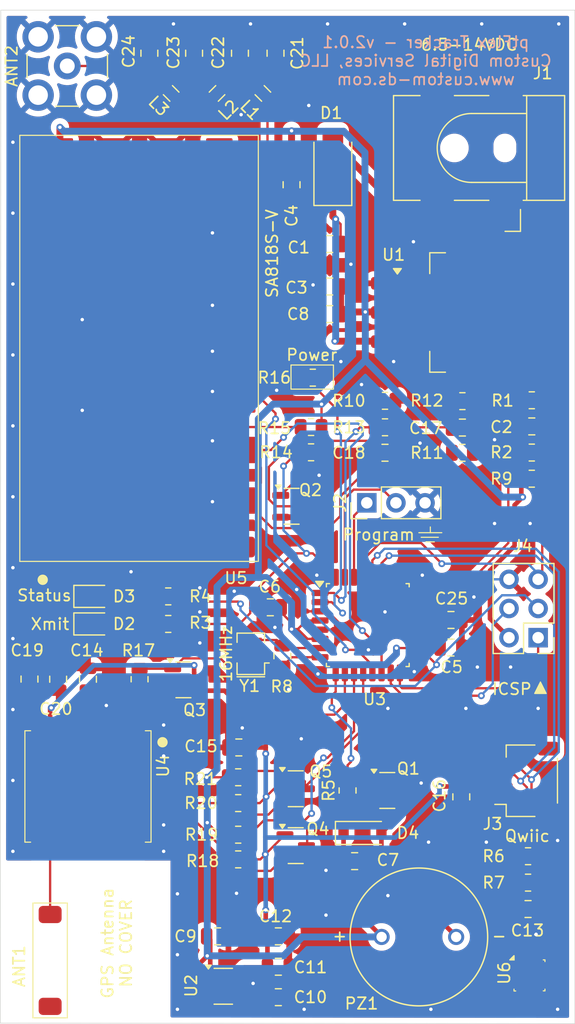
<source format=kicad_pcb>
(kicad_pcb (version 20241229) (generator "pcbnew") (generator_version "9.0")
  (layers (0 "F.Cu" signal) (2 "B.Cu" signal) (13 "F.Paste" user) (15 "B.Paste" user) (5 "F.SilkS" user "F.Silkscreen") (7 "B.SilkS" user "B.Silkscreen") (1 "F.Mask" user) (3 "B.Mask" user) (25 "Edge.Cuts" user))
  (net 0 "")
  (net 1 "GND")
  (net 2 "BATT-SENSE")
  (net 3 "MOSI")
  (net 4 "SCK")
  (net 5 "RESET")
  (net 6 "MISO")
  (net 7 "GPS-TX")
  (net 8 "+3.3V")
  (net 9 "GPS-RX")
  (net 10 "Net-(D1-A)")
  (net 11 "GPS-EN")
  (net 12 "XMIT-PTT")
  (net 13 "XMIT-TX-AUDIO")
  (net 14 "Net-(C17-Pad2)")
  (net 15 "Net-(ANT1-RF)")
  (net 16 "Net-(ANT2-In)")
  (net 17 "Net-(C17-Pad1)")
  (net 18 "XMIT-POWERSAVE")
  (net 19 "Net-(C22-Pad2)")
  (net 20 "SDA")
  (net 21 "SCL")
  (net 31 "Net-(C23-Pad2)")
  (net 33 "Net-(D1-K)")
  (net 34 "XMIT-TX")
  (net 35 "+5V")
  (net 36 "Net-(D4-A)")
  (net 37 "XMIT-RX")
  (net 38 "PIEZO")
  (net 39 "Net-(U2-BP)")
  (net 40 "Net-(U5-MIC-IN)")
  (net 41 "Net-(U5-ANTENNA)")
  (net 42 "Net-(U3-AREF)")
  (net 43 "Net-(D2-A)")
  (net 44 "Net-(D3-A)")
  (net 45 "Net-(U3-XTAL1{slash}PB6)")
  (net 46 "Net-(U3-XTAL2{slash}PB7)")
  (net 47 "Net-(U5-HIGH{slash}LOW)")
  (net 61 "Net-(Q3-D)")
  (net 62 "Net-(Q1-B)")
  (net 63 "Net-(Q2-C)")
  (net 64 "Net-(Q2-B)")
  (net 65 "Net-(Q4-S)")
  (net 66 "Net-(Q5-S)")
  (net 67 "Net-(J2-Pin_1)")
  (net 68 "Net-(J2-Pin_2)")
  (footprint "Resistor_SMD:R_0805_2012Metric" (layer "F.Cu") (at 156.596 96.146 180)
    (property "Reference" "R11")
    (property "Value" "10k" (hide yes))
  )
  (footprint "Custom DS:Pulse ANT8010LL05R1575A Antenna" (layer "F.Cu") (at 120.646 140.846 90)
    (property "Reference" "ANT1")
    (property "Value" "GPS Antenna" (hide yes))
  )
  (footprint "Resistor_SMD:R_0805_2012Metric" (layer "F.Cu") (at 143.4 96.1)
    (property "Reference" "R14")
    (property "Value" "1k" (hide yes))
  )
  (footprint "Resistor_SMD:R_0805_2012Metric" (layer "F.Cu") (at 162.646 98.399333)
    (property "Reference" "R9")
    (property "Value" "10k" (hide yes))
  )
  (footprint "Resistor_SMD:R_0805_2012Metric" (layer "F.Cu") (at 137.046 126.646)
    (property "Reference" "R20")
    (property "Value" "10k" (hide yes))
  )
  (footprint "Capacitor_SMD:C_0805_2012Metric" (layer "F.Cu") (at 137.1 121.8 180)
    (property "Reference" "C15")
    (property "Value" "10nF" (hide yes))
  )
  (footprint "Capacitor_SMD:C_0805_2012Metric" (layer "F.Cu") (at 140.546 143.546)
    (property "Reference" "C10")
    (property "Value" "10nF" (hide yes))
  )
  (footprint "Diode_SMD:D_0805_2012Metric" (layer "F.Cu") (at 124.4 111.046)
    (property "Reference" "D2")
    (property "Value" "Red" (hide yes))
  )
  (footprint "Resistor_SMD:R_0805_2012Metric" (layer "F.Cu") (at 137.046 131.546)
    (property "Reference" "R18")
    (property "Value" "10k" (hide yes))
  )
  (footprint "Capacitor_SMD:C_0805_2012Metric" (layer "F.Cu") (at 140.3 61.35 -90)
    (property "Reference" "C21")
    (property "Value" "20pF" (hide yes))
  )
  (footprint "Capacitor_SMD:C_0805_2012Metric" (layer "F.Cu") (at 149.846 96.139333 180)
    (property "Reference" "C18")
    (property "Value" "1uF" (hide yes))
  )
  (footprint "Capacitor_SMD:C_0805_2012Metric" (layer "F.Cu") (at 145.025 81.665 180)
    (property "Reference" "C3")
    (property "Value" "47uF" (hide yes))
  )
  (footprint "Resistor_SMD:R_0805_2012Metric" (layer "F.Cu") (at 156.596 91.646)
    (property "Reference" "R12")
    (property "Value" "10k" (hide yes))
  )
  (footprint "Resistor_SMD:R_0805_2012Metric" (layer "F.Cu") (at 162.321 133.571)
    (property "Reference" "R7")
    (property "Value" "4.7k" (hide yes))
  )
  (footprint "Package_TO_SOT_SMD:SOT-23" (layer "F.Cu") (at 142.060026 125.396)
    (property "Reference" "Q5")
    (property "Value" "BSS138" (hide yes))
  )
  (footprint "Package_QFP:TQFP-32_7x7mm_P0.8mm" (layer "F.Cu") (at 148.346 111.146)
    (property "Reference" "U3")
    (property "Value" "ATMega 328p-AU" (hide yes))
  )
  (footprint "Resistor_SMD:R_0805_2012Metric" (layer "F.Cu") (at 137.046 129.397526 180)
    (property "Reference" "R19")
    (property "Value" "10k" (hide yes))
  )
  (footprint "Capacitor_SMD:C_0805_2012Metric" (layer "F.Cu") (at 145.025 77.965 180)
    (property "Reference" "C1")
    (property "Value" "10nF" (hide yes))
  )
  (footprint "Package_TO_SOT_SMD:SOT-23-5" (layer "F.Cu") (at 135.746 142.596)
    (property "Reference" "U2")
    (property "Value" "LP3985IM5-3.3/NOPB" (hide yes))
  )
  (footprint "Capacitor_SMD:C_0805_2012Metric" (layer "F.Cu") (at 162.646 93.846)
    (property "Reference" "C2")
    (property "Value" "10nF" (hide yes))
  )
  (footprint "Connector_PinHeader_2.54mm:PinHeader_1x03_P2.54mm_Vertical" (layer "F.Cu") (at 148.26 100.5 90)
    (property "Reference" "J2")
    (property "Value" "Programming" (hide yes))
  )
  (footprint "Capacitor_SMD:C_0805_2012Metric" (layer "F.Cu") (at 123.946 115.8585 90)
    (property "Reference" "C14")
    (property "Value" "10nF" (hide yes))
  )
  (footprint "Resistor_SMD:R_0805_2012Metric" (layer "F.Cu") (at 149.846 91.616 180)
    (property "Reference" "R10")
    (property "Value" "1k" (hide yes))
  )
  (footprint "Resistor_SMD:R_0805_2012Metric" (layer "F.Cu") (at 146.5835 125.546 90)
    (property "Reference" "R5")
    (property "Value" "1k" (hide yes))
  )
  (footprint "Capacitor_SMD:C_0805_2012Metric" (layer "F.Cu") (at 118.846 115.846 90)
    (property "Reference" "C19")
    (property "Value" "47uF" (hide yes))
  )
  (footprint "Capacitor_SMD:C_0805_2012Metric" (layer "F.Cu") (at 145.025 84.065 180)
    (property "Reference" "C8")
    (property "Value" "10nF" (hide yes))
  )
  (footprint "Package_TO_SOT_SMD:SOT-23" (layer "F.Cu") (at 132.271 115.9085)
    (property "Reference" "Q3")
    (property "Value" "DMP2004K-7" (hide yes))
  )
  (footprint "Capacitor_SMD:C_0805_2012Metric" (layer "F.Cu") (at 162.321 135.871)
    (property "Reference" "C13")
    (property "Value" "10nF" (hide yes))
  )
  (footprint "Custom DS:DRA818 SA818" (layer "F.Cu") (at 129 88.3 180)
    (property "Reference" "U5")
    (property "Value" "SA818S-V")
  )
  (footprint "Resistor_SMD:R_0805_2012Metric" (layer "F.Cu") (at 162.646 91.569333)
    (property "Reference" "R1")
    (property "Value" "150k" (hide yes))
  )
  (footprint "Capacitor_SMD:C_0805_2012Metric" (layer "F.Cu") (at 140.546 140.896)
    (property "Reference" "C11")
    (property "Value" "2.2uF" (hide yes))
  )
  (footprint "Custom DS:ATGM336H-5N31" (layer "F.Cu") (at 123.946 125.346 90)
    (property "Reference" "U4")
    (property "Value" "ATGM336H-5N31" (hide yes))
  )
  (footprint "Inductor_SMD:L_0805_2012Metric" (layer "F.Cu") (at 135.2 64.85 -135)
    (property "Reference" "L2")
    (property "Value" "68nH" (hide yes))
  )
  (footprint "Resistor_SMD:R_0805_2012Metric" (layer "F.Cu") (at 128.446 115.8585 90)
    (property "Reference" "R17")
    (property "Value" "10k" (hide yes))
  )
  (footprint "Capacitor_SMD:C_0805_2012Metric" (layer "F.Cu") (at 133.2 61.35 -90)
    (property "Reference" "C23")
    (property "Value" "36pF" (hide yes))
  )
  (footprint "Resistor_SMD:R_0805_2012Metric" (layer "F.Cu") (at 140.896 113.846 -90)
    (property "Reference" "R8")
    (property "Value" "1M" (hide yes))
  )
  (footprint "Capacitor_SMD:C_0805_2012Metric" (layer "F.Cu") (at 129.3 61.35 -90)
    (property "Reference" "C24")
    (property "Value" "20pF" (hide yes))
  )
  (footprint "Resistor_SMD:R_0805_2012Metric" (layer "F.Cu") (at 130.946 111.046 180)
    (property "Reference" "R3")
    (property "Value" "1k" (hide yes))
  )
  (footprint "Resistor_SMD:R_0805_2012Metric" (layer "F.Cu") (at 162.646 96.122666 180)
    (property "Reference" "R2")
    (property "Value" "10k" (hide yes))
  )
  (footprint "Resistor_SMD:R_0805_2012Metric" (layer "F.Cu") (at 143.55 89.6 180)
    (property "Reference" "R16")
    (property "Value" "10k" (hide yes))
  )
  (footprint "Capacitor_SMD:C_0805_2012Metric" (layer "F.Cu") (at 140.546 138.246)
    (property "Reference" "C12")
    (property "Value" "10nF" (hide yes))
  )
  (footprint "Capacitor_SMD:C_0805_2012Metric" (layer "F.Cu") (at 155.6 110.7)
    (property "Reference" "C25")
    (property "Value" "10nF" (hide yes))
  )
  (footprint "Package_TO_SOT_SMD:SOT-23" (layer "F.Cu") (at 141.7 100.8)
    (property "Reference" "Q2")
    (property "Value" "MMBT3904" (hide yes))
  )
  (footprint "Custom DS:CUI_CEM-1206S" (layer "F.Cu") (at 152.8 138.3)
    (property "Reference" "PZ1")
    (property "Value" "CEM-1206S" (hide yes))
  )
  (footprint "Package_TO_SOT_SMD:TO-263-3_TabPin2" (layer "F.Cu") (at 158.575 83.925)
    (property "Reference" "U1")
    (property "Value" "LM1086-5.0" (hide yes))
  )
  (footprint "Capacitor_SMD:C_0805_2012Metric" (layer "F.Cu") (at 135.246 138.246)
    (property "Reference" "C9")
    (property "Value" "10nF" (hide yes))
  )
  (footprint "Capacitor_SMD:C_0805_2012Metric" (layer "F.Cu") (at 156.596 93.946)
    (property "Reference" "C17")
    (property "Value" "10nF" (hide yes))
  )
  (footprint "Resistor_SMD:R_0805_2012Metric" (layer "F.Cu") (at 137.046 124.396 180)
    (property "Reference" "R21")
    (property "Value" "10k" (hide yes))
  )
  (footprint "Inductor_SMD:L_0805_2012Metric" (layer "F.Cu") (at 139.2 64.85 135)
    (property "Reference" "L1")
    (property "Value" "56nH" (hide yes))
  )
  (footprint "Custom DS:SMA_Thru_Hole" (layer "F.Cu") (at 122.14 62.46 90)
    (property "Reference" "ANT2")
    (property "Value" "SMA Connector")
  )
  (footprint "Crystal:Resonator_SMD_Murata_CSTxExxV-3Pin_3.0x1.1mm" (layer "F.Cu") (at 138.146 113.646 90)
    (property "Reference" "Y1")
    (property "Value" "16MHz")
  )
  (footprint "Inductor_SMD:L_0805_2012Metric" (layer "F.Cu") (at 131.2 64.85 135)
    (property "Reference" "L3")
    (property "Value" "56nH" (hide yes))
  )
  (footprint "Connector_BarrelJack:BarrelJack_CLIFF_FC681465S_SMT_Horizontal" (layer "F.Cu") (at 157.4 69.6 180)
    (property "Reference" "J1")
    (property "Value" "Barrel_Jack_Switch" (hide yes))
  )
  (footprint "Capacitor_SMD:C_0805_2012Metric" (layer "F.Cu") (at 141.7 72.8 -90)
    (property "Reference" "C4")
    (property "Value" "10nF" (hide yes))
  )
  (footprint "Capacitor_SMD:C_0805_2012Metric" (layer "F.Cu") (at 147.2 131.7)
    (property "Reference" "C7")
    (property "Value" "10nF" (hide yes))
  )
  (footprint "Resistor_SMD:R_0805_2012Metric" (layer "F.Cu") (at 130.946 108.646 180)
    (property "Reference" "R4")
    (property "Value" "1k" (hide yes))
  )
  (footprint "Connector_PinHeader_2.54mm:PinHeader_2x03_P2.54mm_Vertical" (layer "F.Cu") (at 163.2 112.24 180)
    (property "Reference" "J4")
    (property "Value" "6 Pin Male Header" (hide yes))
  )
  (footprint "Diode_SMD:D_0805_2012Metric" (layer "F.Cu") (at 124.4 108.646)
    (property "Reference" "D3")
    (property "Value" "Green" (hide yes))
  )
  (footprint "Package_LGA:Bosch_LGA-8_2.5x2.5mm_P0.65mm_ClockwisePinNumbering" (layer "F.Cu") (at 162.446 141.646)
    (property "Reference" "U6")
    (property "Value" "BME280" (hide yes))
  )
  (footprint "Capacitor_SMD:C_0805_2012Metric" (layer "F.Cu") (at 155.6 113.1)
    (property "Reference" "C5")
    (property "Value" "10nF" (hide yes))
  )
  (footprint "Resistor_SMD:R_0805_2012Metric" (layer "F.Cu") (at 149.846 93.922667)
    (property "Reference" "R13")
    (property "Value" "4.7k" (hide yes))
  )
  (footprint "Resistor_SMD:R_0805_2012Metric" (layer "F.Cu") (at 162.321 131.271)
    (property "Reference" "R6")
    (property "Value" "4.7k" (hide yes))
  )
  (footprint "Resistor_SMD:R_0805_2012Metric" (layer "F.Cu") (at 143.4 93.9)
    (property "Reference" "R15")
    (property "Value" "10k" (hide yes))
  )
  (footprint "Capacitor_SMD:C_0805_2012Metric" (layer "F.Cu") (at 139.846 109.596 180)
    (property "Reference" "C6")
    (property "Value" "10nF" (hide yes))
  )
  (footprint "Diode_SMD:D_SOD-123" (layer "F.Cu") (at 147.8835 129.246)
    (property "Reference" "D4")
    (property "Value" "1N4007FL" (hide yes))
  )
  (footprint "Diode_SMD:D_SMA" (layer "F.Cu") (at 145.3 71.1 90)
    (property "Reference" "D1")
    (property "Value" "CDBA340L-G Schottky" (hide yes))
  )
  (footprint "Package_TO_SOT_SMD:SOT-23" (layer "F.Cu") (at 142.060026 130.347526)
    (property "Reference" "Q4")
    (property "Value" "BSS138" (hide yes))
  )
  (footprint "Capacitor_SMD:C_0805_2012Metric" (layer "F.Cu") (at 156.5 126.1 -90)
    (property "Reference" "C16")
    (property "Value" "10nF" (hide yes))
  )
  (footprint "Capacitor_SMD:C_0805_2012Metric" (layer "F.Cu") (at 137.2 61.35 -90)
    (property "Reference" "C22")
    (property "Value" "36pF" (hide yes))
  )
  (footprint "Package_TO_SOT_SMD:SOT-23" (layer "F.Cu") (at 150.046 125.546)
    (property "Reference" "Q1")
    (property "Value" "MMBT3904" (hide yes))
  )
  (footprint "Connector_JST:JST_SH_SM04B-SRSS-TB_1x04-1MP_P1.00mm_Horizontal" (layer "F.Cu") (at 162.2 124.7 90)
    (property "Reference" "J3")
    (property "Value" "Qwiic" (hide yes))
  )
  (footprint "Capacitor_SMD:C_0805_2012Metric" (layer "F.Cu") (at 121.346 115.8585 90)
    (property "Reference" "C20")
    (property "Value" "10nF" (hide yes))
  )
  (gr_line (start 153 103.5) (end 154.5 103.5) (stroke (width 0.1)) (layer "F.SilkS"))
  (gr_line (start 153.8 103.1) (end 154.8 103.1) (stroke (width 0.1)) (layer "F.SilkS"))
  (gr_line (start 145.35 90.6) (end 145.35 88.5) (stroke (width 0.1)) (layer "F.SilkS"))
  (gr_line (start 141.65 90.6) (end 145.35 90.6) (stroke (width 0.1)) (layer "F.SilkS"))
  (gr_line (start 145.35 88.5) (end 141.65 88.5) (stroke (width 0.1)) (layer "F.SilkS"))
  (gr_line (start 141.65 88.5) (end 141.65 90.6) (stroke (width 0.1)) (layer "F.SilkS"))
  (gr_line (start 153.8 103.1) (end 152.8 103.1) (stroke (width 0.1)) (layer "F.SilkS"))
  (gr_poly (pts (xy 162.9 117.1) (xy 163.4 116.1) (xy 163.9 117.1)) (stroke (width 0.1)) (fill yes) (layer "F.SilkS"))
  (gr_line (start 153.4 103.9) (end 154.15 103.9) (stroke (width 0.1)) (layer "F.SilkS"))
  (gr_line (start 153.8 102.6) (end 153.8 103.1) (stroke (width 0.1)) (layer "F.SilkS"))
  (gr_line (start 116.346 57.6) (end 166.4 57.6) (stroke (width 0.05)) (layer "Edge.Cuts"))
  (gr_line (start 166.4 145.846) (end 116.3 145.8) (stroke (width 0.05)) (layer "Edge.Cuts"))
  (gr_line (start 116.3 145.8) (end 116.346 57.6) (stroke (width 0.05)) (layer "Edge.Cuts"))
  (gr_line (start 166.4 57.6) (end 166.4 145.846) (stroke (width 0.05)) (layer "Edge.Cuts"))
  (gr_text "6.5-14VDC" (at 152.9 61.2 0) (layer "F.SilkS") (effects (font (size 1 1)) (justify left bottom)))
  (gr_text "Status" (at 122.6 109.146 0) (layer "F.SilkS") (effects (font (size 1 1)) (justify right bottom)))
  (gr_text "GPS Antenna\nNO COVER" (at 127.846 138.846 90) (layer "F.SilkS") (effects (font (size 1 1)) (justify bottom)))
  (gr_text "Xmit" (at 122.4 111.646 0) (layer "F.SilkS") (effects (font (size 1 1)) (justify right bottom)))
  (gr_text "Program" (at 146.05 103.85 0) (layer "F.SilkS") (effects (font (size 1 1)) (justify left bottom)))
  (gr_text "Qwiic" (at 160.2 130.1 0) (layer "F.SilkS") (effects (font (size 1 1)) (justify left bottom)))
  (gr_text "Power" (at 141.15 88.2 0) (layer "F.SilkS") (effects (font (size 1 1)) (justify left bottom)))
  (gr_text "ICSP" (at 159.1 117.3 0) (layer "F.SilkS") (effects (font (size 1 1)) (justify left bottom)))
  (gr_text "ptFlex Tracker - v2.0.1\nCustom Digital Services, LLC\nwww.custom-ds.com" (at 153.4 64.2 0) (layer "B.SilkS") (effects (font (size 1 1)) (justify bottom mirror)))
  (segment (start 155.6835 91.646) (end 154.046 91.646) (width 0.2) (layer "F.Cu") (net 1))
  (segment (start 140.7625 101.75) (end 144.25 101.75) (width 0.2) (layer "F.Cu") (net 1))
  (segment (start 150.596 110.746) (end 149.846 109.996) (width 0.2) (layer "F.Cu") (net 1))
  (segment (start 138.896 109.596) (end 138.896 109.996) (width 0.2) (layer "F.Cu") (net 1))
  (segment (start 121.746 127.146) (end 121.746 130.046) (width 0.2) (layer "F.Cu") (net 1))
  (segment (start 134.6085 142.596) (end 138.096 142.596) (width 0.4) (layer "F.Cu") (net 1))
  (segment (start 144.846 109.946) (end 144.096 109.946) (width 0.2) (layer "F.Cu") (net 1))
  (segment (start 163.271 137.821) (end 163.021 138.071) (width 0.4) (layer "F.Cu") (net 1))
  (segment (start 162.4 105.42) (end 162.4 104.8) (width 0.2) (layer "F.Cu") (net 1))
  (segment (start 152.596 110.746) (end 150.596 110.746) (width 0.2) (layer "F.Cu") (net 1))
  (segment (start 161.471 140.621) (end 161.471 139.83975) (width 0.2) (layer "F.Cu") (net 1))
  (segment (start 146.046 111.146) (end 144.846 109.946) (width 0.2) (layer "F.Cu") (net 1))
  (segment (start 138.096 142.596) (end 138.346 142.346) (width 0.4) (layer "F.Cu") (net 1))
  (segment (start 145.746 111.546) (end 144.096 111.546) (width 0.2) (layer "F.Cu") (net 1))
  (segment (start 119.546 130.046) (end 119.546 126.946) (width 0.2) (layer "F.Cu") (net 1))
  (segment (start 163.271 135.871) (end 163.271 137.821) (width 0.4) (layer "F.Cu") (net 1))
  (segment (start 161.471 139.83975) (end 160.871 139.23975) (width 0.2) (layer "F.Cu") (net 1))
  (segment (start 138.896 109.996) (end 140.246 111.346) (width 0.2) (layer "F.Cu") (net 1))
  (segment (start 163.421 142.671) (end 163.421 143.871) (width 0.2) (layer "F.Cu") (net 1))
  (segment (start 142.696 109.946) (end 142.346 109.596) (width 0.2) (layer "F.Cu") (net 1))
  (segment (start 160.66 107.16) (end 162.4 105.42) (width 0.2) (layer "F.Cu") (net 1))
  (segment (start 162.121 142.671) (end 162.121 143.971) (width 0.2) (layer "F.Cu") (net 1))
  (segment (start 144.096 109.946) (end 142.696 109.946) (width 0.2) (layer "F.Cu") (net 1))
  (via (at 136.9 134.5) (size 0.6) (drill 0.3) (layers "F.Cu" "B.Cu") (net 1))
  (via (at 150.1 118.4) (size 0.6) (drill 0.3) (layers "F.Cu" "B.Cu") (net 1))
  (via (at 117.4 124.6714) (size 0.6) (drill 0.3) (layers "F.Cu" "B.Cu") (net 1))
  (via (at 130.546 119.846) (size 0.6) (drill 0.3) (layers "F.Cu" "B.Cu") (net 1))
  (via (at 133.7 112.7) (size 0.6) (drill 0.3) (layers "F.Cu" "B.Cu") (net 1))
  (via (at 123.446 84.546) (size 0.6) (drill 0.3) (layers "F.Cu" "B.Cu") (net 1))
  (via (at 144.7 136.4) (size 0.6) (drill 0.3) (layers "F.Cu" "B.Cu") (net 1))
  (via (at 134.8 87.3) (size 0.6) (drill 0.3) (layers "F.Cu" "B.Cu") (net 1))
  (via (at 117.4 75.2746) (size 0.6) (drill 0.3) (layers "F.Cu" "B.Cu") (net 1))
  (via (at 137.4 120.1) (size 0.6) (drill 0.3) (layers "F.Cu" "B.Cu") (net 1))
  (via (at 153.848667 144.6) (size 0.6) (drill 0.3) (layers "F.Cu" "B.Cu") (net 1))
  (via (at 131.746 139.846) (size 0.6) (drill 0.3) (layers "F.Cu" "B.Cu") (net 1))
  (via (at 134.8 83.3) (size 0.6) (drill 0.3) (layers "F.Cu" "B.Cu") (net 1))
  (via (at 150.1 134.7) (size 0.6) (drill 0.3) (layers "F.Cu" "B.Cu") (net 1))
  (via (at 117.4 99.973) (size 0.6) (drill 0.3) (layers "F.Cu" "B.Cu") (net 1))
  (via (at 117.4 87.6238) (size 0.6) (drill 0.3) (layers "F.Cu" "B.Cu") (net 1))
  (via (at 140.4 90.7) (size 0.6) (drill 0.3) (layers "F.Cu" "B.Cu") (net 1))
  (via (at 153 124.9) (size 0.6) (drill 0.3) (layers "F.Cu" "B.Cu") (net 1))
  (via (at 151.56 58.8) (size 0.6) (drill 0.3) (layers "F.Cu" "B.Cu") (net 1))
  (via (at 142.146 108.046) (size 0.6) (drill 0.3) (layers "F.Cu" "B.Cu") (net 1))
  (via (at 136.7 108.2) (size 0.6) (drill 0.3) (layers "F.Cu" "B.Cu") (net 1))
  (via (at 130.546 130.846) (size 0.6) (drill 0.3) (layers "F.Cu" "B.Cu") (net 1))
  (via (at 159.4 95) (size 0.6) (drill 0.3) (layers "F.Cu" "B.Cu") (net 1))
  (via (at 153.1 106.8) (size 0.6) (drill 0.3) (layers "F.Cu" "B.Cu") (net 1))
  (via (at 117.4 118.4968) (size 0.6) (drill 0.3) (layers "F.Cu" "B.Cu") (net 1))
  (via (at 153.646 130.046) (size 0.6) (drill 0.3) (layers "F.Cu" "B.Cu") (net 1))
  (via (at 160.8 114.8) (size 0.6) (drill 0.3) (layers "F.Cu" "B.Cu") (net 1))
  (via (at 144 115.4) (size 0.6) (drill 0.3) (layers "F.Cu" "B.Cu") (net 1))
  (via (at 131.746 144.6) (size 0.6) (drill 0.3) (layers "F.Cu" "B.Cu") (net 1))
  (via (at 146 88.2) (size 0.6) (drill 0.3) (layers "F.Cu" "B.Cu") (net 1))
  (via (at 131.746 134.546) (size 0.6) (drill 0.3) (layers "F.Cu" "B.Cu") (net 1))
  (via (at 134.8 95.1) (size 0.6) (drill 0.3) (layers "F.Cu" "B.Cu") (net 1))
  (via (at 127.7 106.5) (size 0.6) (drill 0.3) (layers "F.Cu" "B.Cu") (net 1))
  (via (at 152.4 115.2) (size 0.6) (drill 0.3) (layers "F.Cu" "B.Cu") (net 1))
  (via (at 117.4 112.3222) (size 0.6) (drill 0.3) (layers "F.Cu" "B.Cu") (net 1))
  (via (at 144.1 98.1) (size 0.6) (drill 0.3) (layers "F.Cu" "B.Cu") (net 1))
  (via (at 117.4 130.846) (size 0.6) (drill 0.3) (layers "F.Cu" "B.Cu") (net 1))
  (via (at 133.7 107.9) (size 0.6) (drill 0.3) (layers "F.Cu" "B.Cu") (net 1))
  (via (at 133.7 110) (size 0.6) (drill 0.3) (layers "F.Cu" "B.Cu") (net 1))
  (via (at 123.446 92.446) (size 0.6) (drill 0.3) (layers "F.Cu" "B.Cu") (net 1))
  (via (at 163.021 138.071) (size 0.6) (drill 0.3) (layers "F.Cu" "B.Cu") (net 1))
  (via (at 165 58.8) (size 0.6) (drill 0.3) (layers "F.Cu" "B.Cu") (net 1))
  (via (at 144.7 132.5) (size 0.6) (drill 0.3) (layers "F.Cu" "B.Cu") (net 1))
  (via (at 158.28 58.8) (size 0.6) (drill 0.3) (layers "F.Cu" "B.Cu") (net 1))
  (via (at 164.9 144.6) (size 0.6) (drill 0.3) (layers "F.Cu" "B.Cu") (net 1))
  (via (at 159.4 102.3) (size 0.6) (drill 0.3) (layers "F.Cu" "B.Cu") (net 1))
  (via (at 152.9 95.3) (size 0.6) (drill 0.3) (layers "F.Cu" "B.Cu") (net 1))
  (via (at 142.546 121.046) (size 0.6) (drill 0.3) (layers "F.Cu" "B.Cu") (net 1))
  (via (at 163.2 118.4) (size 0.6) (drill 0.3) (layers "F.Cu" "B.Cu") (net 1))
  (via (at 143.2 65.9) (size 0.6) (drill 0.3) (layers "F.Cu" "B.Cu") (net 1))
  (via (at 131.4 58.8) (size 0.6) (drill 0.3) (layers "F.Cu" "B.Cu") (net 1))
  (via (at 130.546 128.546) (size 0.6) (drill 0.3) (layers "F.Cu" "B.Cu") (net 1))
  (via (at 146.875 79.725) (size 0.6) (drill 0.3) (layers "F.Cu" "B.Cu") (net 1))
  (via (at 117.4 69.1) (size 0.6) (drill 0.3) (layers "F.Cu" "B.Cu") (net 1))
  (via (at 134.8 90.8) (size 0.6) (drill 0.3) (layers "F.Cu" "B.Cu") (net 1))
  (via (at 158.6835 130.046) (size 0.6) (drill 0.3) (layers "F.Cu" "B.Cu") (net 1))
  (via (at 117.4 81.4492) (size 0.6) (drill 0.3) (layers "F.Cu" "B.Cu") (net 1))
  (via (at 164.9 129.9) (size 0.6) (drill 0.3) (layers "F.Cu" "B.Cu") (net 1))
  (via (at 162.5 102.3) (size 0.6) (drill 0.3) (layers "F.Cu" "B.Cu") (net 1))
  (via (at 157.9 114.8) (size 0.6) (drill 0.3) (layers "F.Cu" "B.Cu") (net 1))
  (via (at 143.9 106.8) (size 0.6) (drill 0.3) (layers "F.Cu" "B.Cu") (net 1))
  (via (at 134.8 76.995408) (size 0.6) (drill 0.3) (layers "F.Cu" "B.Cu") (net 1))
  (via (at 143.575 81.525) (size 0.6) (drill 0.3) (layers "F.Cu" "B.Cu") (net 1))
  (via (at 147.8 90.2) (size 0.6) (drill 0.3) (layers "F.Cu" "B.Cu") (net 1))
  (via (at 138.346 142.346) (size 0.6) (drill 0.3) (layers "F.Cu" "B.Cu") (net 1))
  (via (at 140.246 111.346) (size 0.6) (drill 0.3) (layers "F.Cu" "B.Cu") (net 1))
  (via (at 150.6 88.2) (size 0.6) (drill 0.3) (layers "F.Cu" "B.Cu") (net 1))
  (via (at 117.4 106.1476) (size 0.6) (drill 0.3) (layers "F.Cu" "B.Cu") (net 1))
  (via (at 134.8 100.4) (size 0.6) (drill 0.3) (layers "F.Cu" "B.Cu") (net 1))
  (via (at 141.446 116.746) (size 0.6) (drill 0.3) (layers "F.Cu" "B.Cu") (net 1))
  (via (at 144.84 58.8) (size 0.6) (drill 0.3) (layers "F.Cu" "B.Cu") (net 1))
  (via (at 125.546 118.146) (size 0.6) (drill 0.3) (layers "F.Cu" "B.Cu") (net 1))
  (via (at 152.325 77.765) (size 0.6) (drill 0.3) (layers "F.Cu" "B.Cu") (net 1))
  (via (at 157.6 108.7) (size 0.6) (drill 0.3) (layers "F.Cu" "B.Cu") (net 1))
  (via (at 137.3 66.7) (size 0.6) (drill 0.3) (layers "F.Cu" "B.Cu") (net 1))
  (via (at 138.12 58.8) (size 0.6) (drill 0.3) (layers "F.Cu" "B.Cu") (net 1))
  (via (at 117.4 93.7984) (size 0.6) (drill 0.3) (layers "F.Cu" "B.Cu") (net 1))
  (via (at 130.546 122.546) (size 0.6) (drill 0.3) (layers "F.Cu" "B.Cu") (net 1))
  (via (at 149.846 109.996) (size 0.6) (drill 0.3) (layers "F.Cu" "B.Cu") (net 1))
  (via (at 142.797333 144.6) (size 0.6) (drill 0.3) (layers "F.Cu" "B.Cu") (net 1))
  (via (at 148.4 113.3) (size 0.6) (drill 0.3) (layers "F.Cu" "B.Cu") (net 1))
  (via (at 156.9 118.4) (size 0.6) (drill 0.3) (layers "F.Cu" "B.Cu") (net 1))
  (segment (start 160.66 107.16) (end 158.24 107.16) (width 0.2) (layer "B.Cu") (net 1))
  (segment (start 161.7335 91.569333) (end 161.7335 93.8085) (width 0.2) (layer "F.Cu") (net 2))
  (segment (start 161.7335 96.122666) (end 160.6 97.256166) (width 0.2) (layer "F.Cu") (net 2))
  (segment (start 161.7335 93.8835) (end 161.696 93.846) (width 0.2) (layer "F.Cu") (net 2))
  (segment (start 161.7335 96.122666) (end 161.7335 93.8835) (width 0.2) (layer "F.Cu") (net 2))
  (segment (start 160.6 104) (end 156.254 108.346) (width 0.2) (layer "F.Cu") (net 2))
  (segment (start 160.6 97.256166) (end 160.6 104) (width 0.2) (layer "F.Cu") (net 2))
  (segment (start 161.7335 93.8085) (end 161.696 93.846) (width 0.2) (layer "F.Cu") (net 2))
  (segment (start 156.254 108.346) (end 152.596 108.346) (width 0.2) (layer "F.Cu") (net 2))
  (segment (start 151.396 117.296) (end 150.346 116.246) (width 0.2) (layer "F.Cu") (net 3))
  (segment (start 158.246 117.296) (end 151.396 117.296) (width 0.2) (layer "F.Cu") (net 3))
  (segment (start 150.346 116.246) (end 150.346 115.396) (width 0.2) (layer "F.Cu") (net 3))
  (via (at 158.246 117.296) (size 0.6) (drill 0.3) (layers "F.Cu" "B.Cu") (net 3))
  (segment (start 159.246 116.245) (end 159.246 111.114) (width 0.2) (layer "B.Cu") (net 3))
  (segment (start 159.246 111.114) (end 160.66 109.7) (width 0.2) (layer "B.Cu") (net 3))
  (segment (start 158.246 117.245) (end 159.246 116.245) (width 0.2) (layer "B.Cu") (net 3))
  (segment (start 158.246 117.296) (end 158.246 117.245) (width 0.2) (layer "B.Cu") (net 3))
  (segment (start 137.246 109.3) (end 137.046 109.1) (width 0.2) (layer "F.Cu") (net 4))
  (segment (start 154.346 114.596) (end 153.696 113.946) (width 0.2) (layer "F.Cu") (net 4))
  (segment (start 153.696 113.946) (end 152.596 113.946) (width 0.2) (layer "F.Cu") (net 4))
  (segment (start 137.046 109.1) (end 132.3125 109.1) (width 0.2) (layer "F.Cu") (net 4))
  (segment (start 132.3125 109.1) (end 131.8585 108.646) (width 0.2) (layer "F.Cu") (net 4))
  (via (at 137.246 109.3) (size 0.6) (drill 0.3) (layers "F.Cu" "B.Cu") (net 4))
  (via (at 154.346 114.596) (size 0.6) (drill 0.3) (layers "F.Cu" "B.Cu") (net 4))
  (segment (start 137.246 109.3) (end 137.246 109.846) (width 0.2) (layer "B.Cu") (net 4))
  (segment (start 163.2 109.7) (end 162.049 108.549) (width 0.2) (layer "B.Cu") (net 4))
  (segment (start 143.846 116.446) (end 152.496 116.446) (width 0.2) (layer "B.Cu") (net 4))
  (segment (start 154.346 114.254) (end 160.051 108.549) (width 0.2) (layer "B.Cu") (net 4))
  (segment (start 152.496 116.446) (end 154.346 114.596) (width 0.2) (layer "B.Cu") (net 4))
  (segment (start 160.051 108.549) (end 162.049 108.549) (width 0.2) (layer "B.Cu") (net 4))
  (segment (start 137.246 109.846) (end 143.846 116.446) (width 0.2) (layer "B.Cu") (net 4))
  (segment (start 154.346 114.596) (end 154.346 114.254) (width 0.2) (layer "B.Cu") (net 4))
  (segment (start 163.686 98.526833) (end 163.5585 98.399333) (width 0.2) (layer "F.Cu") (net 5))
  (segment (start 153 104) (end 149.4 104) (width 0.2) (layer "F.Cu") (net 5))
  (segment (start 149.4 104) (end 147.946 105.454) (width 0.2) (layer "F.Cu") (net 5))
  (segment (start 154.8 105.8) (end 153 104) (width 0.2) (layer "F.Cu") (net 5))
  (segment (start 163.5585 98.399333) (end 163.5585 106.8015) (width 0.2) (layer "F.Cu") (net 5))
  (segment (start 147.946 105.454) (end 147.946 106.896) (width 0.2) (layer "F.Cu") (net 5))
  (segment (start 163.5585 106.8015) (end 163.2 107.16) (width 0.2) (layer "F.Cu") (net 5))
  (via (at 154.8 105.8) (size 0.6) (drill 0.3) (layers "F.Cu" "B.Cu") (net 5))
  (segment (start 162.32 105.8) (end 163.686 107.166) (width 0.2) (layer "B.Cu") (net 5))
  (segment (start 154.8 105.8) (end 162.32 105.8) (width 0.2) (layer "B.Cu") (net 5))
  (segment (start 151.146 116.446) (end 151.146 115.396) (width 0.2) (layer "F.Cu") (net 6))
  (segment (start 163.2 112.24) (end 163.2 114.04347) (width 0.2) (layer "F.Cu") (net 6))
  (segment (start 163.2 114.04347) (end 160.59747 116.646) (width 0.2) (layer "F.Cu") (net 6))
  (segment (start 160.59747 116.646) (end 151.346 116.646) (width 0.2) (layer "F.Cu") (net 6))
  (segment (start 151.346 116.646) (end 151.146 116.446) (width 0.2) (layer "F.Cu") (net 6))
  (segment (start 143.060026 128.860026) (end 143.060026 130.347526) (width 0.2) (layer "F.Cu") (net 7))
  (segment (start 142.846 128.146) (end 139.286552 128.146) (width 0.2) (layer "F.Cu") (net 7))
  (segment (start 139.286552 128.146) (end 138.035026 129.397526) (width 0.2) (layer "F.Cu") (net 7))
  (segment (start 142.846 128.646) (end 142.846 128.146) (width 0.2) (layer "F.Cu") (net 7))
  (segment (start 144.485628 122.706372) (end 144.826528 122.706372) (width 0.2) (layer "F.Cu") (net 7))
  (segment (start 144.826528 122.706372) (end 147.146 120.3869) (width 0.2) (layer "F.Cu") (net 7))
  (segment (start 143.060026 128.860026) (end 142.846 128.646) (width 0.2) (layer "F.Cu") (net 7))
  (segment (start 143.446 127.546) (end 142.846 128.146) (width 0.2) (layer "F.Cu") (net 7))
  (segment (start 147.146 120.3869) (end 147.146 115.396) (width 0.2) (layer "F.Cu") (net 7))
  (via (at 144.485628 122.706372) (size 0.6) (drill 0.3) (layers "F.Cu" "B.Cu") (net 7))
  (via (at 143.446 127.546) (size 0.6) (drill 0.3) (layers "F.Cu" "B.Cu") (net 7))
  (segment (start 143.446 127.546) (end 143.446 123.746) (width 0.2) (layer "B.Cu") (net 7))
  (segment (start 143.446 123.746) (end 144.485628 122.706372) (width 0.2) (layer "B.Cu") (net 7))
  (segment (start 161.371 135.871) (end 161.371 133.6085) (width 0.2) (layer "F.Cu") (net 8))
  (segment (start 122.846 120.346) (end 122.846 117.9085) (width 0.4) (layer "F.Cu") (net 8))
  (segment (start 135.8585 116.8585) (end 131.3335 116.8585) (width 0.4) (layer "F.Cu") (net 8))
  (segment (start 128.5335 116.8585) (end 128.446 116.771) (width 0.4) (layer "F.Cu") (net 8))
  (segment (start 139.484263 126.084263) (end 141.122526 124.446) (width 0.2) (layer "F.Cu") (net 8))
  (segment (start 137.9585 131.546) (end 138.974052 131.546) (width 0.2) (layer "F.Cu") (net 8))
  (segment (start 137.5835 140.946) (end 139.546 140.946) (width 0.4) (layer "F.Cu") (net 8))
  (segment (start 136.8835 141.646) (end 137.5835 140.946) (width 0.4) (layer "F.Cu") (net 8))
  (segment (start 156.45 125.2) (end 156.5 125.15) (width 0.4) (layer "F.Cu") (net 8))
  (segment (start 162.121 140.621) (end 162.121 136.621) (width 0.2) (layer "F.Cu") (net 8))
  (segment (start 139.596 138.246) (end 139.596 140.896) (width 0.4) (layer "F.Cu") (net 8))
  (segment (start 161.4085 133.571) (end 161.4085 131.271) (width 0.2) (layer "F.Cu") (net 8))
  (segment (start 139.546 140.946) (end 139.596 140.896) (width 0.4) (layer "F.Cu") (net 8))
  (segment (start 161.4085 131.271) (end 161.121 131.271) (width 0.2) (layer "F.Cu") (net 8))
  (segment (start 139.446 121.5) (end 139.446 120.446) (width 0.4) (layer "F.Cu") (net 8))
  (segment (start 161.82 141.37) (end 162.121 141.069) (width 0.2) (layer "F.Cu") (net 8))
  (segment (start 139.446 138.096) (end 139.596 138.246) (width 0.4) (layer "F.Cu") (net 8))
  (segment (start 139.446 122.346) (end 139.446 121.8) (width 0.4) (layer "F.Cu") (net 8))
  (segment (start 139.410026 131.110026) (end 141.122526 129.397526) (width 0.2) (layer "F.Cu") (net 8))
  (segment (start 160.9 125.2) (end 160.2 125.2) (width 0.2) (layer "F.Cu") (net 8))
  (segment (start 161.371 133.6085) (end 161.4085 133.571) (width 0.2) (layer "F.Cu") (net 8))
  (segment (start 139.446 120.446) (end 135.8585 116.8585) (width 0.4) (layer "F.Cu") (net 8))
  (segment (start 161.8 130.8795) (end 161.8 126.1) (width 0.2) (layer "F.Cu") (net 8))
  (segment (start 161.4085 131.271) (end 161.8 130.8795) (width 0.2) (layer "F.Cu") (net 8))
  (segment (start 161.8 126.1) (end 160.9 125.2) (width 0.2) (layer "F.Cu") (net 8))
  (segment (start 161.471 141.719) (end 161.82 141.37) (width 0.2) (layer "F.Cu") (net 8))
  (segment (start 160.2 125.2) (end 156.55 125.2) (width 0.2) (layer "F.Cu") (net 8))
  (segment (start 162.121 136.621) (end 161.371 135.871) (width 0.2) (layer "F.Cu") (net 8))
  (segment (start 139.446 121.8) (end 139.446 121.5) (width 0.4) (layer "F.Cu") (net 8))
  (segment (start 131.3335 116.8585) (end 128.5335 116.8585) (width 0.4) (layer "F.Cu") (net 8))
  (segment (start 162.121 141.069) (end 162.121 140.621) (width 0.2) (layer "F.Cu") (net 8))
  (segment (start 162.771 142.321) (end 161.82 141.37) (width 0.2) (layer "F.Cu") (net 8))
  (segment (start 138.05 121.8) (end 139.446 121.8) (width 0.4) (layer "F.Cu") (net 8))
  (segment (start 137.9585 126.646) (end 137.9585 126.4085) (width 0.2) (layer "F.Cu") (net 8))
  (segment (start 138.974052 131.546) (end 139.410026 131.110026) (width 0.2) (layer "F.Cu") (net 8))
  (segment (start 123.9835 116.771) (end 123.946 116.8085) (width 0.4) (layer "F.Cu") (net 8))
  (segment (start 154.6 125.2) (end 156.45 125.2) (width 0.4) (layer "F.Cu") (net 8))
  (segment (start 161.471 142.671) (end 161.471 141.719) (width 0.2) (layer "F.Cu") (net 8))
  (segment (start 139.446 135.946) (end 139.446 138.096) (width 0.4) (layer "F.Cu") (net 8))
  (segment (start 123.946 116.8085) (end 128.4085 116.8085) (width 0.4) (layer "F.Cu") (net 8))
  (segment (start 128.4085 116.8085) (end 128.446 116.771) (width 0.2) (layer "F.Cu") (net 8))
  (segment (start 156.55 125.2) (end 156.5 125.15) (width 0.2) (layer "F.Cu") (net 8))
  (segment (start 122.846 117.9085) (end 123.946 116.8085) (width 0.4) (layer "F.Cu") (net 8))
  (segment (start 138.922526 126.646) (end 139.484263 126.084263) (width 0.2) (layer "F.Cu") (net 8))
  (segment (start 137.9585 126.646) (end 138.922526 126.646) (width 0.2) (layer "F.Cu") (net 8))
  (segment (start 162.771 142.671) (end 162.771 142.321) (width 0.2) (layer "F.Cu") (net 8))
  (segment (start 124.146 117.0085) (end 123.946 116.8085) (width 0.4) (layer "F.Cu") (net 8))
  (via (at 139.484263 126.084263) (size 0.6) (drill 0.3) (layers "F.Cu" "B.Cu") (net 8))
  (via (at 154.6 125.2) (size 0.6) (drill 0.3) (layers "F.Cu" "B.Cu") (net 8))
  (via (at 139.446 122.346) (size 0.6) (drill 0.3) (layers "F.Cu" "B.Cu") (net 8))
  (via (at 139.446 135.946) (size 0.6) (drill 0.3) (layers "F.Cu" "B.Cu") (net 8))
  (via (at 139.410026 131.110026) (size 0.6) (drill 0.3) (layers "F.Cu" "B.Cu") (net 8))
  (segment (start 154.6 125.792) (end 150.746 129.646) (width 0.4) (layer "B.Cu") (net 8))
  (segment (start 139.446 126.046) (end 139.484263 126.084263) (width 0.4) (layer "B.Cu") (net 8))
  (segment (start 139.410026 129.6) (end 139.410026 126.1585) (width 0.4) (layer "B.Cu") (net 8))
  (segment (start 139.446 122.346) (end 139.446 126.046) (width 0.4) (layer "B.Cu") (net 8))
  (segment (start 139.456026 129.646) (end 139.410026 129.6) (width 0.4) (layer "B.Cu") (net 8))
  (segment (start 139.410026 131.110026) (end 139.410026 129.6) (width 0.4) (layer "B.Cu") (net 8))
  (segment (start 150.746 129.646) (end 139.456026 129.646) (width 0.4) (layer "B.Cu") (net 8))
  (segment (start 154.6 125.2) (end 154.6 125.792) (width 0.4) (layer "B.Cu") (net 8))
  (segment (start 139.446 135.946) (end 139.446 131.146) (width 0.4) (layer "B.Cu") (net 8))
  (segment (start 139.410026 126.1585) (end 139.484263 126.084263) (width 0.2) (layer "B.Cu") (net 8))
  (segment (start 139.446 131.146) (end 139.410026 131.110026) (width 0.4) (layer "B.Cu") (net 8))
  (segment (start 137.9585 124.396) (end 138.5085 123.846) (width 0.2) (layer "F.Cu") (net 9))
  (segment (start 138.5085 123.846) (end 141.949052 123.846) (width 0.2) (layer "F.Cu") (net 9))
  (segment (start 147.946 115.396) (end 147.946 120.154) (width 0.2) (layer "F.Cu") (net 9))
  (segment (start 142.997526 125.102474) (end 142.997526 125.396) (width 0.2) (layer "F.Cu") (net 9))
  (segment (start 141.949052 123.846) (end 142.8585 124.755448) (width 0.2) (layer "F.Cu") (net 9))
  (segment (start 147.946 120.154) (end 142.997526 125.102474) (width 0.2) (layer "F.Cu") (net 9))
  (segment (start 142.8585 124.755448) (end 142.8585 125.396) (width 0.2) (layer "F.Cu") (net 9))
  (segment (start 154.4 75.1) (end 151.3 75.1) (width 0.6) (layer "F.Cu") (net 10))
  (segment (start 160.4 75.1) (end 154.4 75.1) (width 0.6) (layer "F.Cu") (net 10))
  (segment (start 151.3 75.1) (end 145.3 69.1) (width 0.6) (layer "F.Cu") (net 10))
  (segment (start 135.494943 114.045) (end 132.247 114.045) (width 0.2) (layer "F.Cu") (net 11))
  (segment (start 146.346 118.046) (end 145.446 118.946) (width 0.2) (layer "F.Cu") (net 11))
  (segment (start 131.321 114.946) (end 131.3335 114.9585) (width 0.2) (layer "F.Cu") (net 11))
  (segment (start 128.446 114.946) (end 131.321 114.946) (width 0.2) (layer "F.Cu") (net 11))
  (segment (start 132.247 114.045) (end 131.3335 114.9585) (width 0.2) (layer "F.Cu") (net 11))
  (segment (start 146.346 115.396) (end 146.346 118.046) (width 0.2) (layer "F.Cu") (net 11))
  (segment (start 140.395943 118.946) (end 135.494943 114.045) (width 0.2) (layer "F.Cu") (net 11))
  (segment (start 145.446 118.946) (end 140.395943 118.946) (width 0.2) (layer "F.Cu") (net 11))
  (segment (start 154.664167 97.165333) (end 150.31084 97.165333) (width 0.2) (layer "F.Cu") (net 12))
  (segment (start 143 104.9) (end 141.8 104.9) (width 0.2) (layer "F.Cu") (net 12))
  (segment (start 149.697 96.551493) (end 149.697 95.429173) (width 0.2) (layer "F.Cu") (net 12))
  (segment (start 143.4885 95.099) (end 142.4875 96.1) (width 0.2) (layer "F.Cu") (net 12))
  (segment (start 149.367827 95.1) (end 144.81116 95.1) (width 0.2) (layer "F.Cu") (net 12))
  (segment (start 138.095 108.605) (end 138.095 110.105) (width 0.2) (layer "F.Cu") (net 12))
  (segment (start 142.2 96.1) (end 141 97.3) (width 0.2) (layer "F.Cu") (net 12))
  (segment (start 143 104.9) (end 143.55 104.9) (width 0.2) (layer "F.Cu") (net 12))
  (segment (start 155.6835 96.146) (end 154.664167 97.165333) (width 0.2) (layer "F.Cu") (net 12))
  (segment (start 144.81116 95.1) (end 144.81016 95.099) (width 0.2) (layer "F.Cu") (net 12))
  (segment (start 137.154 111.046) (end 131.8585 111.046) (width 0.2) (layer "F.Cu") (net 12))
  (segment (start 149.697 95.429173) (end 149.367827 95.1) (width 0.2) (layer "F.Cu") (net 12))
  (segment (start 138.095 110.105) (end 137.154 111.046) (width 0.2) (layer "F.Cu") (net 12))
  (segment (start 144.81016 95.099) (end 143.4885 95.099) (width 0.2) (layer "F.Cu") (net 12))
  (segment (start 150.31084 97.165333) (end 149.697 96.551493) (width 0.2) (layer "F.Cu") (net 12))
  (segment (start 145.395 107.047) (end 145.546 106.896) (width 0.2) (layer "F.Cu") (net 12))
  (segment (start 143.55 104.9) (end 145.546 106.896) (width 0.2) (layer "F.Cu") (net 12))
  (segment (start 141.8 104.9) (end 138.095 108.605) (width 0.2) (layer "F.Cu") (net 12))
  (segment (start 142.4875 96.1) (end 142.2 96.1) (width 0.2) (layer "F.Cu") (net 12))
  (via (at 143 104.9) (size 0.6) (drill 0.3) (layers "F.Cu" "B.Cu") (net 12))
  (via (at 141 97.3) (size 0.6) (drill 0.3) (layers "F.Cu" "B.Cu") (net 12))
  (segment (start 143 104.9) (end 141 102.9) (width 0.2) (layer "B.Cu") (net 12))
  (segment (start 141 102.9) (end 141 97.3) (width 0.2) (layer "B.Cu") (net 12))
  (segment (start 148.9335 93.922667) (end 147.677333 93.922667) (width 0.2) (layer "F.Cu") (net 13))
  (segment (start 144.096 108.346) (end 145.396 108.346) (width 0.2) (layer "F.Cu") (net 13))
  (segment (start 147.677333 93.922667) (end 147.3 94.3) (width 0.2) (layer "F.Cu") (net 13))
  (segment (start 145.396 108.346) (end 146.046 108.996) (width 0.2) (layer "F.Cu") (net 13))
  (via (at 146.046 108.996) (size 0.6) (drill 0.3) (layers "F.Cu" "B.Cu") (net 13))
  (via (at 147.3 94.3) (size 0.6) (drill 0.3) (layers "F.Cu" "B.Cu") (net 13))
  (segment (start 146.4 95.2) (end 146.4 108.642) (width 0.2) (layer "B.Cu") (net 13))
  (segment (start 146.4 108.642) (end 146.046 108.996) (width 0.2) (layer "B.Cu") (net 13))
  (segment (start 147.3 94.3) (end 146.4 95.2) (width 0.2) (layer "B.Cu") (net 13))
  (segment (start 157.5085 93.9835) (end 157.546 93.946) (width 0.2) (layer "F.Cu") (net 14))
  (segment (start 157.5085 96.146) (end 157.5085 93.9835) (width 0.2) (layer "F.Cu") (net 14))
  (segment (start 157.5085 93.9085) (end 157.546 93.946) (width 0.2) (layer "F.Cu") (net 14))
  (segment (start 157.5085 91.646) (end 157.5085 93.9085) (width 0.2) (layer "F.Cu") (net 14))
  (segment (start 120.646 130.046) (end 120.646 136.346) (width 0.2) (layer "F.Cu") (net 15))
  (segment (start 130.448699 63.448699) (end 130.448699 64.098699) (width 0.2) (layer "F.Cu") (net 16))
  (segment (start 129.14 62.46) (end 129.3 62.3) (width 0.2) (layer "F.Cu") (net 16))
  (segment (start 129.3 62.3) (end 130.448699 63.448699) (width 0.2) (layer "F.Cu") (net 16))
  (segment (start 122.14 62.46) (end 129.14 62.46) (width 0.2) (layer "F.Cu") (net 16))
  (segment (start 150.796 93.960167) (end 150.7585 93.922667) (width 0.2) (layer "F.Cu") (net 17))
  (segment (start 150.781833 93.946) (end 150.7585 93.922667) (width 0.2) (layer "F.Cu") (net 17))
  (segment (start 150.7585 93.922667) (end 155.622667 93.922667) (width 0.2) (layer "F.Cu") (net 17))
  (segment (start 155.622667 93.922667) (end 155.646 93.946) (width 0.2) (layer "F.Cu") (net 17))
  (segment (start 150.796 96.139333) (end 150.796 93.960167) (width 0.2) (layer "F.Cu") (net 17))
  (segment (start 145.7 94.3) (end 145.7 92.4) (width 0.2) (layer "F.Cu") (net 18))
  (segment (start 120.9 78.3) (end 119.5 78.3) (width 0.2) (layer "F.Cu") (net 18))
  (segment (start 145.7 92.4) (end 143.901 90.601) (width 0.2) (layer "F.Cu") (net 18))
  (segment (start 145.196 109.146) (end 146.146 110.096) (width 0.2) (layer "F.Cu") (net 18))
  (segment (start 132 89.4) (end 120.9 78.3) (width 0.2) (layer "F.Cu") (net 18))
  (segment (start 144.096 109.146) (end 145.196 109.146) (width 0.2) (layer "F.Cu") (net 18))
  (segment (start 148.9335 91.616) (end 146.484 91.616) (width 0.2) (layer "F.Cu") (net 18))
  (segment (start 140.93884 89.4) (end 132 89.4) (width 0.2) (layer "F.Cu") (net 18))
  (segment (start 142.13984 90.601) (end 140.93884 89.4) (width 0.2) (layer "F.Cu") (net 18))
  (segment (start 143.901 90.601) (end 142.13984 90.601) (width 0.2) (layer "F.Cu") (net 18))
  (segment (start 146.484 91.616) (end 145.7 92.4) (width 0.2) (layer "F.Cu") (net 18))
  (via (at 145.7 94.3) (size 0.6) (drill 0.3) (layers "F.Cu" "B.Cu") (net 18))
  (via (at 146.146 110.096) (size 0.6) (drill 0.3) (layers "F.Cu" "B.Cu") (net 18))
  (segment (start 146.1 110) (end 146.1 110.05) (width 0.2) (layer "B.Cu") (net 18))
  (segment (start 145.999 107.999) (end 146 108) (width 0.2) (layer "B.Cu") (net 18))
  (segment (start 145.999 94.599) (end 145.999 107.999) (width 0.2) (layer "B.Cu") (net 18))
  (segment (start 146 108) (end 145.445 108.555) (width 0.2) (layer "B.Cu") (net 18))
  (segment (start 145.445 108.555) (end 145.445 109.395) (width 0.2) (layer "B.Cu") (net 18))
  (segment (start 145.445 109.395) (end 146.146 110.096) (width 0.2) (layer "B.Cu") (net 18))
  (segment (start 146.1 110.05) (end 146.146 110.096) (width 0.2) (layer "B.Cu") (net 18))
  (segment (start 145.7 94.3) (end 145.999 94.599) (width 0.2) (layer "B.Cu") (net 18))
  (segment (start 135.951301 64.098699) (end 137.2 64.098699) (width 0.2) (layer "F.Cu") (net 19))
  (segment (start 137.2 62.3) (end 137.2 64.098699) (width 0.2) (layer "F.Cu") (net 19))
  (segment (start 137.2 64.098699) (end 138.448699 64.098699) (width 0.2) (layer "F.Cu") (net 19))
  (segment (start 164.321 134.51475) (end 162.221 132.41475) (width 0.2) (layer "F.Cu") (net 20))
  (segment (start 162.221 132.41475) (end 162.221 131.95716) (width 0.2) (layer "F.Cu") (net 20))
  (segment (start 162.771 140.621) (end 162.771 140.171) (width 0.2) (layer "F.Cu") (net 20))
  (segment (start 149.546 106.896) (end 149.546 105.754) (width 0.2) (layer "F.Cu") (net 20))
  (segment (start 162.222 131.95616) (end 162.222 125.276) (width 0.2) (layer "F.Cu") (net 20))
  (segment (start 164.321 138.621) (end 164.321 134.51475) (width 0.2) (layer "F.Cu") (net 20))
  (segment (start 162.771 140.171) (end 164.321 138.621) (width 0.2) (layer "F.Cu") (net 20))
  (segment (start 161.146 124.2) (end 160.2 124.2) (width 0.2) (layer "F.Cu") (net 20))
  (segment (start 162.222 125.276) (end 161.673 124.727) (width 0.2) (layer "F.Cu") (net 20))
  (segment (start 161.673 124.727) (end 161.146 124.2) (width 0.2) (layer "F.Cu") (net 20))
  (segment (start 149.546 105.754) (end 150.2 105.1) (width 0.2) (layer "F.Cu") (net 20))
  (segment (start 162.221 131.95716) (end 162.222 131.95616) (width 0.2) (layer "F.Cu") (net 20))
  (via (at 161.673 124.727) (size 0.6) (drill 0.3) (layers "F.Cu" "B.Cu") (net 20))
  (via (at 150.2 105.1) (size 0.6) (drill 0.3) (layers "F.Cu" "B.Cu") (net 20))
  (segment (start 164.6 106.7) (end 164.6 121.8) (width 0.2) (layer "B.Cu") (net 20))
  (segment (start 150.2 105.1) (end 163 105.1) (width 0.2) (layer "B.Cu") (net 20))
  (segment (start 162.022 124.378) (end 161.673 124.727) (width 0.2) (layer "B.Cu") (net 20))
  (segment (start 163 105.1) (end 164.6 106.7) (width 0.2) (layer "B.Cu") (net 20))
  (segment (start 162.401 123.999) (end 162.374057 123.999) (width 0.2) (layer "B.Cu") (net 20))
  (segment (start 162.022 124.351057) (end 162.022 124.378) (width 0.2) (layer "B.Cu") (net 20))
  (segment (start 162.374057 123.999) (end 162.022 124.351057) (width 0.2) (layer "B.Cu") (net 20))
  (segment (start 164.6 121.8) (end 162.401 123.999) (width 0.2) (layer "B.Cu") (net 20))
  (segment (start 163.2335 131.271) (end 163.2335 130.8835) (width 0.2) (layer "F.Cu") (net 21))
  (segment (start 163.421 140.621) (end 163.421 140.371) (width 0.2) (layer "F.Cu") (net 21))
  (segment (start 164.721 139.071) (end 164.721 132.7585) (width 0.2) (layer "F.Cu") (net 21))
  (segment (start 148.746 105.50253) (end 148.746 106.896) (width 0.2) (layer "F.Cu") (net 21))
  (segment (start 149.174265 105.074265) (end 148.746 105.50253) (width 0.2) (layer "F.Cu") (net 21))
  (segment (start 164.721 132.7585) (end 163.2335 131.271) (width 0.2) (layer "F.Cu") (net 21))
  (segment (start 162.623 130.6605) (end 163.2335 131.271) (width 0.2) (layer "F.Cu") (net 21))
  (segment (start 161.223 123.2) (end 162.623 124.6) (width 0.2) (layer "F.Cu") (net 21))
  (segment (start 163.421 140.371) (end 164.721 139.071) (width 0.2) (layer "F.Cu") (net 21))
  (segment (start 162.623 124.6) (end 162.623 130.6605) (width 0.2) (layer "F.Cu") (net 21))
  (segment (start 160.2 123.2) (end 161.223 123.2) (width 0.2) (layer "F.Cu") (net 21))
  (via (at 149.174265 105.074265) (size 0.6) (drill 0.3) (layers "F.Cu" "B.Cu") (net 21))
  (via (at 162.623 124.6) (size 0.6) (drill 0.3) (layers "F.Cu" "B.Cu") (net 21))
  (segment (start 149.174265 105.074265) (end 149.225735 105.074265) (width 0.2) (layer "B.Cu") (net 21))
  (segment (start 149.225735 105.074265) (end 149.801 104.499) (width 0.2) (layer "B.Cu") (net 21))
  (segment (start 165.001 106.5339) (end 165.001 121.9661) (width 0.2) (layer "B.Cu") (net 21))
  (segment (start 162.623 124.577) (end 162.623 124.6) (width 0.2) (layer "B.Cu") (net 21))
  (segment (start 149.801 104.499) (end 162.999 104.499) (width 0.2) (layer "B.Cu") (net 21))
  (segment (start 165 106.5) (end 165 106.5329) (width 0.2) (layer "B.Cu") (net 21))
  (segment (start 162.999 104.499) (end 165 106.5) (width 0.2) (layer "B.Cu") (net 21))
  (segment (start 165 121.9671) (end 165 122.2) (width 0.2) (layer "B.Cu") (net 21))
  (segment (start 165.001 121.9661) (end 165 121.9671) (width 0.2) (layer "B.Cu") (net 21))
  (segment (start 165 122.2) (end 162.623 124.577) (width 0.2) (layer "B.Cu") (net 21))
  (segment (start 165 106.5329) (end 165.001 106.5339) (width 0.2) (layer "B.Cu") (net 21))
  (segment (start 133.2 62.3) (end 133.2 65.601301) (width 0.2) (layer "F.Cu") (net 31))
  (segment (start 133.2 65.601301) (end 131.951301 65.601301) (width 0.2) (layer "F.Cu") (net 31))
  (segment (start 134.448699 65.601301) (end 133.2 65.601301) (width 0.2) (layer "F.Cu") (net 31))
  (segment (start 145.975 77.965) (end 145.975 76.229) (width 0.2) (layer "F.Cu") (net 33))
  (segment (start 163.5585 91.569333) (end 162.5575 90.568333) (width 0.2) (layer "F.Cu") (net 33))
  (segment (start 145.475 86.425) (end 150.885 86.425) (width 0.6) (layer "F.Cu") (net 33))
  (segment (start 150.885 86.425) (end 150.925 86.465) (width 0.6) (layer "F.Cu") (net 33))
  (segment (start 155.028333 90.568333) (end 150.925 86.465) (width 0.2) (layer "F.Cu") (net 33))
  (segment (start 145.975 76.229) (end 145.546 75.8) (width 0.2) (layer "F.Cu") (net 33))
  (segment (start 145.3 73.1) (end 145.3 75.554) (width 0.6) (layer "F.Cu") (net 33))
  (segment (start 145.3 75.554) (end 145.546 75.8) (width 0.6) (layer "F.Cu") (net 33))
  (segment (start 162.5575 90.568333) (end 155.028333 90.568333) (width 0.2) (layer "F.Cu") (net 33))
  (via (at 145.475 86.425) (size 0.6) (drill 0.3) (layers "F.Cu" "B.Cu") (net 33))
  (via (at 145.546 75.8) (size 0.6) (drill 0.3) (layers "F.Cu" "B.Cu") (net 33))
  (segment (start 145.546 75.8) (end 145.546 86.354) (width 0.6) (layer "B.Cu") (net 33))
  (segment (start 145.546 86.354) (end 145.475 86.425) (width 0.6) (layer "B.Cu") (net 33))
  (segment (start 146.4 113.3) (end 147.4 113.3) (width 0.2) (layer "F.Cu") (net 34))
  (segment (start 147.4 113.3) (end 148.67 114.57) (width 0.2) (layer "F.Cu") (net 34))
  (segment (start 140.3 93.2) (end 140.3 92.7) (width 0.2) (layer "F.Cu") (net 34))
  (segment (start 148.67 114.57) (end 148.67 115.32) (width 0.2) (layer "F.Cu") (net 34))
  (segment (start 148.67 115.32) (end 148.746 115.396) (width 0.2) (layer "F.Cu") (net 34))
  (segment (start 140.3 92.7) (end 139.1 91.5) (width 0.2) (layer "F.Cu") (net 34))
  (segment (start 139.1 91.5) (end 137.3 91.5) (width 0.2) (layer "F.Cu") (net 34))
  (via (at 146.4 113.3) (size 0.6) (drill 0.3) (layers "F.Cu" "B.Cu") (net 34))
  (via (at 140.3 93.2) (size 0.6) (drill 0.3) (layers "F.Cu" "B.Cu") (net 34))
  (segment (start 139.5 104.2) (end 143.601 108.301) (width 0.2) (layer "B.Cu") (net 34))
  (segment (start 140.3 93.2) (end 139.5 94) (width 0.2) (layer "B.Cu") (net 34))
  (segment (start 146.4 112.949943) (end 146.4 113.3) (width 0.2) (layer "B.Cu") (net 34))
  (segment (start 143.601 110.150943) (end 146.4 112.949943) (width 0.2) (layer "B.Cu") (net 34))
  (segment (start 139.5 94) (end 139.5 104.2) (width 0.2) (layer "B.Cu") (net 34))
  (segment (start 143.601 108.301) (end 143.601 110.150943) (width 0.2) (layer "B.Cu") (net 34))
  (segment (start 134.346 139.946) (end 134.346 139.954) (width 0.4) (layer "F.Cu") (net 35))
  (segment (start 133.846 143.546) (end 134.6085 143.546) (width 0.4) (layer "F.Cu") (net 35))
  (segment (start 159 106.4) (end 159 110.58) (width 0.4) (layer "F.Cu") (net 35))
  (segment (start 146.161 83.879) (end 145.975 84.065) (width 0.6) (layer "F.Cu") (net 35))
  (segment (start 141.7 71.85) (end 141.7 68.1) (width 0.6) (layer "F.Cu") (net 35))
  (segment (start 134.296 124.396) (end 134.246 124.346) (width 0.2) (layer "F.Cu") (net 35))
  (segment (start 159 110.58) (end 160.66 112.24) (width 0.4) (layer "F.Cu") (net 35))
  (segment (start 141.7 111.5) (end 142.242 111.5) (width 0.2) (layer "F.Cu") (net 35))
  (segment (start 144.3 91.9) (end 144.3125 91.9125) (width 0.2) (layer "F.Cu") (net 35))
  (segment (start 148.129 83.879) (end 150.879 83.879) (width 0.6) (layer "F.Cu") (net 35))
  (segment (start 136.1335 124.396) (end 134.296 124.396) (width 0.2) (layer "F.Cu") (net 35))
  (segment (start 143.096 112.346) (end 144.096 112.346) (width 0.2) (layer "F.Cu") (net 35))
  (segment (start 148.129 83.879) (end 146.161 83.879) (width 0.6) (layer "F.Cu") (net 35))
  (segment (start 136.1335 129.397526) (end 135.397526 129.397526) (width 0.2) (layer "F.Cu") (net 35))
  (segment (start 161.7335 98.399333) (end 161.7335 99.886833) (width 0.4) (layer "F.Cu") (net 35))
  (segment (start 144.3125 93.9) (end 144.3125 91.9125) (width 0.2) (layer "F.Cu") (net 35))
  (segment (start 146.2335 131.6835) (end 146.25 131.7) (width 0.4) (layer "F.Cu") (net 35))
  (segment (start 142.242 111.5) (end 142.996 110.746) (width 0.2) (layer "F.Cu") (net 35))
  (segment (start 161.147 104.2201) (end 161.1 104.2671) (width 0.2) (layer "F.Cu") (net 35))
  (segment (start 161.846 99.999333) (end 161.147 100.698333) (width 0.4) (layer "F.Cu") (net 35))
  (segment (start 161.7335 99.886833) (end 161.846 99.999333) (width 0.4) (layer "F.Cu") (net 35))
  (segment (start 161.146 112.146) (end 161.146 112.246) (width 0.2) (layer "F.Cu") (net 35))
  (segment (start 141.7 111.5) (end 142.25 111.5) (width 0.2) (layer "F.Cu") (net 35))
  (segment (start 161.1 104.3) (end 159 106.4) (width 0.4) (layer "F.Cu") (net 35))
  (segment (start 134.6085 139.6835) (end 134.6085 138.5585) (width 0.4) (layer "F.Cu") (net 35))
  (segment (start 133.5 140.8) (end 133.5 143.2) (width 0.4) (layer "F.Cu") (net 35))
  (segment (start 134.6085 140.2085) (end 134.6085 141.646) (width 0.4) (layer "F.Cu") (net 35))
  (segment (start 134.346 139.946) (end 134.6085 140.2085) (width 0.4) (layer "F.Cu") (net 35))
  (segment (start 146.25 131.7) (end 146.25 134.95) (width 0.4) (layer "F.Cu") (net 35))
  (segment (start 134.6085 138.5585) (end 134.296 138.246) (width 0.4) (layer "F.Cu") (net 35))
  (segment (start 150.925 83.925) (end 160.075 83.925) (width 0.6) (layer "F.Cu") (net 35))
  (segment (start 141.7 111.5) (end 141.7 110.95) (width 0.2) (layer "F.Cu") (net 35))
  (segment (start 142.25 111.5) (end 143.096 112.346) (width 0.2) (layer "F.Cu") (net 35))
  (segment (start 150.879 83.879) (end 150.925 83.925) (width 0.6) (layer "F.Cu") (net 35))
  (segment (start 121.5 70) (end 121.5 67.8) (width 0.6) (layer "F.Cu") (net 35))
  (segment (start 154.65 113.1) (end 152.642 113.1) (width 0.2) (layer "F.Cu") (net 35))
  (segment (start 142.996 110.746) (end 144.096 110.746) (width 0.2) (layer "F.Cu") (net 35))
  (segment (start 133.5 143.2) (end 133.846 143.546) (width 0.4) (layer "F.Cu") (net 35))
  (segment (start 134.346 139.954) (end 133.5 140.8) (width 0.4) (layer "F.Cu") (net 35))
  (segment (start 140.796 110.046) (end 140.796 109.596) (width 0.2) (layer "F.Cu") (net 35))
  (segment (start 141.7 110.95) (end 140.796 110.046) (width 0.2) (layer "F.Cu") (net 35))
  (segment (start 145.975 81.665) (end 145.975 84.065) (width 0.6) (layer "F.Cu") (net 35))
  (segment (start 161.147 100.698333) (end 161.147 104.2201) (width 0.4) (layer "F.Cu") (net 35))
  (segment (start 152.596 113.146) (end 150.846 113.146) (width 0.2) (layer "F.Cu") (net 35))
  (segment (start 134.346 139.946) (end 134.6085 139.6835) (width 0.4) (layer "F.Cu") (net 35))
  (segment (start 152.642 113.1) (end 152.596 113.146) (width 0.2) (layer "F.Cu") (net 35))
  (segment (start 146.2335 129.246) (end 146.2335 131.6835) (width 0.4) (layer "F.Cu") (net 35))
  (segment (start 135.397526 129.397526) (end 134.346 128.346) (width 0.2) (layer "F.Cu") (net 35))
  (segment (start 146.25 134.95) (end 149.6 138.3) (width 0.4) (layer "F.Cu") (net 35))
  (via (at 148.129 83.879) (size 0.6) (drill 0.3) (layers "F.Cu" "B.Cu") (net 35))
  (via (at 141.7 68.1) (size 0.6) (drill 0.3) (layers "F.Cu" "B.Cu") (net 35))
  (via (at 134.346 139.946) (size 0.6) (drill 0.3) (layers "F.Cu" "B.Cu") (net 35))
  (via (at 144.3125 91.9125) (size 0.6) (drill 0.3) (layers "F.Cu" "B.Cu") (net 35))
  (via (at 161.846 99.999333) (size 0.6) (drill 0.3) (layers "F.Cu" "B.Cu") (net 35))
  (via (at 150.846 113.146) (size 0.6) (drill 0.3) (layers "F.Cu" "B.Cu") (net 35))
  (via (at 134.296 124.396) (size 0.6) (drill 0.3) (layers "F.Cu" "B.Cu") (net 35))
  (via (at 141.7 111.5) (size 0.6) (drill 0.3) (layers "F.Cu" "B.Cu") (net 35))
  (via (at 134.346 128.346) (size 0.6) (drill 0.3) (layers "F.Cu" "B.Cu") (net 35))
  (via (at 121.5 67.8) (size 0.6) (drill 0.3) (layers "F.Cu" "B.Cu") (net 35))
  (segment (start 146.246 68.146) (end 148.1 70) (width 0.6) (layer "B.Cu") (net 35))
  (segment (start 138.8 93.2) (end 138.8 107) (width 0.6) (layer "B.Cu") (net 35))
  (segment (start 135.2 123.692) (end 135.2 107.8) (width 0.6) (layer "B.Cu") (net 35))
  (segment (start 141.7 111.5) (end 141.7 109.2) (width 0.6) (layer "B.Cu") (net 35))
  (segment (start 121.846 68.146) (end 146.246 68.146) (width 0.6) (layer "B.Cu") (net 35))
  (segment (start 148.1 70) (end 148.1 83.85) (width 0.6) (layer "B.Cu") (net 35))
  (segment (start 140.996 139.946) (end 142.642 138.3) (width 0.6) (layer "B.Cu") (net 35))
  (segment (start 134.346 139.946) (end 140.996 139.946) (width 0.6) (layer "B.Cu") (net 35))
  (segment (start 160.057333 99.999333) (end 161.846 99.999333) (width 0.6) (layer "B.Cu") (net 35))
  (segment (start 141.7 111.5) (end 144.8 114.6) (width 0.6) (layer "B.Cu") (net 35))
  (segment (start 150.846 113.654) (end 150.846 113.146) (width 0.6) (layer "B.Cu") (net 35))
  (segment (start 137.1 107) (end 138.8 107) (width 0.6) (layer "B.Cu") (net 35))
  (segment (start 144.3125 91.9125) (end 144.3 91.9) (width 0.2) (layer "B.Cu") (net 35))
  (segment (start 144.3 91.9) (end 140.1 91.9) (width 0.6) (layer "B.Cu") (net 35))
  (segment (start 140.1 91.9) (end 138.8 93.2) (width 0.6) (layer "B.Cu") (net 35))
  (segment (start 148.1 83.85) (end 148.129 83.879) (width 0.6) (layer "B.Cu") (net 35))
  (segment (start 141.7 109.2) (end 139.5 107) (width 0.6) (layer "B.Cu") (net 35))
  (segment (start 145.292667 90.932333) (end 144.3125 91.9125) (width 0.6) (layer "B.Cu") (net 35))
  (segment (start 134.346 139.946) (end 134.346 128.346) (width 0.6) (layer "B.Cu") (net 35))
  (segment (start 148.129 88.071) (end 145.292667 90.907333) (width 0.6) (layer "B.Cu") (net 35))
  (segment (start 136 107) (end 137.1 107) (width 0.6) (layer "B.Cu") (net 35))
  (segment (start 142.642 138.3) (end 149.6 138.3) (width 0.6) (layer "B.Cu") (net 35))
  (segment (start 139.5 107) (end 138.8 107) (width 0.6) (layer "B.Cu") (net 35))
  (segment (start 135.2 107.8) (end 136 107) (width 0.6) (layer "B.Cu") (net 35))
  (segment (start 134.296 124.396) (end 134.496 124.396) (width 0.6) (layer "B.Cu") (net 35))
  (segment (start 148.2 88.142) (end 160.057333 99.999333) (width 0.6) (layer "B.Cu") (net 35))
  (segment (start 134.346 124.446) (end 134.296 124.396) (width 0.2) (layer "B.Cu") (net 35))
  (segment (start 121.5 67.8) (end 121.846 68.146) (width 0.6) (layer "B.Cu") (net 35))
  (segment (start 144.8 114.6) (end 149.9 114.6) (width 0.6) (layer "B.Cu") (net 35))
  (segment (start 134.346 128.346) (end 134.346 124.446) (width 0.6) (layer "B.Cu") (net 35))
  (segment (start 149.9 114.6) (end 150.846 113.654) (width 0.6) (layer "B.Cu") (net 35))
  (segment (start 148.129 83.879) (end 148.129 88.071) (width 0.6) (layer "B.Cu") (net 35))
  (segment (start 145.292667 90.907333) (end 145.292667 90.932333) (width 0.6) (layer "B.Cu") (net 35))
  (segment (start 134.496 124.396) (end 135.2 123.692) (width 0.6) (layer "B.Cu") (net 35))
  (segment (start 149.5335 129.246) (end 149.5335 131.7335) (width 0.4) (layer "F.Cu") (net 36))
  (segment (start 150.9835 127.796) (end 149.5335 129.246) (width 0.4) (layer "F.Cu") (net 36))
  (segment (start 149.5335 131.7335) (end 156.1 138.3) (width 0.4) (layer "F.Cu") (net 36))
  (segment (start 150.9835 125.546) (end 150.9835 127.796) (width 0.4) (layer "F.Cu") (net 36))
  (segment (start 147.875 111.625) (end 149.546 113.296) (width 0.2) (layer "F.Cu") (net 37))
  (segment (start 139.9 95.9) (end 137.3 95.9) (width 0.2) (layer "F.Cu") (net 37))
  (segment (start 141 94.8) (end 139.9 95.9) (width 0.2) (layer "F.Cu") (net 37))
  (segment (start 149.546 113.296) (end 149.546 115.396) (width 0.2) (layer "F.Cu") (net 37))
  (via (at 147.875 111.625) (size 0.6) (drill 0.3) (layers "F.Cu" "B.Cu") (net 37))
  (via (at 141 94.8) (size 0.6) (drill 0.3) (layers "F.Cu" "B.Cu") (net 37))
  (segment (start 147.9 94.6) (end 147.9 94) (width 0.2) (layer "B.Cu") (net 37))
  (segment (start 146.8 95.7) (end 147.9 94.6) (width 0.2) (layer "B.Cu") (net 37))
  (segment (start 142.2 93.6) (end 141 94.8) (width 0.2) (layer "B.Cu") (net 37))
  (segment (start 147.5 93.6) (end 142.2 93.6) (width 0.2) (layer "B.Cu") (net 37))
  (segment (start 147.9 94) (end 147.5 93.6) (width 0.2) (layer "B.Cu") (net 37))
  (segment (start 147.875 111.625) (end 146.8 110.55) (width 0.2) (layer "B.Cu") (net 37))
  (segment (start 146.8 110.55) (end 146.8 95.7) (width 0.2) (layer "B.Cu") (net 37))
  (segment (start 146.8835 123.046) (end 146.8835 122.746) (width 0.2) (layer "F.Cu") (net 38))
  (segment (start 145.546 116.946) (end 145.546 115.396) (width 0.2) (layer "F.Cu") (net 38))
  (segment (start 146.5835 124.6335) (end 146.5835 123.346) (width 0.2) (layer "F.Cu") (net 38))
  (segment (start 145.209235 117.282765) (end 145.546 116.946) (width 0.2) (layer "F.Cu") (net 38))
  (segment (start 145.209235 118.334235) (end 145.209235 117.282765) (width 0.2) (layer "F.Cu") (net 38))
  (segment (start 146.5835 123.346) (end 146.8835 123.046) (width 0.2) (layer "F.Cu") (net 38))
  (via (at 145.209235 118.334235) (size 0.6) (drill 0.3) (layers "F.Cu" "B.Cu") (net 38))
  (via (at 146.8835 122.746) (size 0.6) (drill 0.3) (layers "F.Cu" "B.Cu") (net 38))
  (segment (start 145.209235 118.459235) (end 146.8835 120.1335) (width 0.2) (layer "B.Cu") (net 38))
  (segment (start 146.8835 120.1335) (end 146.8835 122.746) (width 0.2) (layer "B.Cu") (net 38))
  (segment (start 145.209235 118.334235) (end 145.209235 118.459235) (width 0.2) (layer "B.Cu") (net 38))
  (segment (start 136.8835 143.546) (end 139.596 143.546) (width 0.4) (layer "F.Cu") (net 39))
  (segment (start 145.945 101.655) (end 145.945 99.9459) (width 0.2) (layer "F.Cu") (net 40))
  (segment (start 137.3 100) (end 140 102.7) (width 0.2) (layer "F.Cu") (net 40))
  (segment (start 148.896 96.9949) (end 148.896 96.139333) (width 0.2) (layer "F.Cu") (net 40))
  (segment (start 145.945 99.9459) (end 148.896 96.9949) (width 0.2) (layer "F.Cu") (net 40))
  (segment (start 144.9 102.7) (end 145.945 101.655) (width 0.2) (layer "F.Cu") (net 40))
  (segment (start 137.3 100.3) (end 137.3 100) (width 0.2) (layer "F.Cu") (net 40))
  (segment (start 140 102.7) (end 144.9 102.7) (width 0.2) (layer "F.Cu") (net 40))
  (segment (start 140.3 65.252602) (end 139.951301 65.601301) (width 0.2) (layer "F.Cu") (net 41))
  (segment (start 139.6 72.6) (end 138.3 73.9) (width 0.2) (layer "F.Cu") (net 41))
  (segment (start 140.3 62.3) (end 140.3 65.252602) (width 0.2) (layer "F.Cu") (net 41))
  (segment (start 138.3 73.9) (end 137.3 73.9) (width 0.2) (layer "F.Cu") (net 41))
  (segment (start 139.6 65.952602) (end 139.6 72.6) (width 0.2) (layer "F.Cu") (net 41))
  (segment (start 139.951301 65.601301) (end 139.6 65.952602) (width 0.2) (layer "F.Cu") (net 41))
  (segment (start 152.596 111.546) (end 153.804 111.546) (width 0.2) (layer "F.Cu") (net 42))
  (segment (start 153.804 111.546) (end 154.65 110.7) (width 0.2) (layer "F.Cu") (net 42))
  (segment (start 130.0335 111.046) (end 125.3375 111.046) (width 0.2) (layer "F.Cu") (net 43))
  (segment (start 130.0335 108.646) (end 125.3375 108.646) (width 0.2) (layer "F.Cu") (net 44))
  (segment (start 138.146 112.446) (end 140.4085 112.446) (width 0.2) (layer "F.Cu") (net 45))
  (segment (start 140.9835 112.9335) (end 141.196 113.146) (width 0.2) (layer "F.Cu") (net 45))
  (segment (start 140.896 112.9335) (end 140.9835 112.9335) (width 0.2) (layer "F.Cu") (net 45))
  (segment (start 141.196 113.146) (end 144.096 113.146) (width 0.2) (layer "F.Cu") (net 45))
  (segment (start 140.4085 112.446) (end 140.896 112.9335) (width 0.2) (layer "F.Cu") (net 45))
  (segment (start 138.146 114.846) (end 140.8085 114.846) (width 0.2) (layer "F.Cu") (net 46))
  (segment (start 140.8085 114.846) (end 140.896 114.7585) (width 0.2) (layer "F.Cu") (net 46))
  (segment (start 144.096 113.946) (end 141.7085 113.946) (width 0.2) (layer "F.Cu") (net 46))
  (segment (start 141.7085 113.946) (end 140.896 114.7585) (width 0.2) (layer "F.Cu") (net 46))
  (segment (start 121.5 78.2) (end 128.447 85.147) (width 0.2) (layer "F.Cu") (net 47))
  (segment (start 139.0141 85.147) (end 142.6375 88.7704) (width 0.2) (layer "F.Cu") (net 47))
  (segment (start 121.5 75.9) (end 121.5 78.2) (width 0.2) (layer "F.Cu") (net 47))
  (segment (start 128.447 85.147) (end 139.0141 85.147) (width 0.2) (layer "F.Cu") (net 47))
  (segment (start 142.6375 88.7704) (end 142.6375 89.6) (width 0.2) (layer "F.Cu") (net 47))
  (segment (start 119.5 73.9) (end 121.5 75.9) (width 0.2) (layer "F.Cu") (net 47))
  (segment (start 121.346 116.8085) (end 121.346 117.746) (width 0.4) (layer "F.Cu") (net 61))
  (segment (start 121.3335 116.796) (end 121.346 116.8085) (width 0.4) (layer "F.Cu") (net 61))
  (segment (start 120.646 118.446) (end 120.746 118.346) (width 0.4) (layer "F.Cu") (net 61))
  (segment (start 133.2 114.646) (end 133.2 115.275) (width 0.4) (layer "F.Cu") (net 61))
  (segment (start 133.2 115.275) (end 133.2085 115.2835) (width 0.4) (layer "F.Cu") (net 61))
  (segment (start 121.346 117.746) (end 120.746 118.346) (width 0.4) (layer "F.Cu") (net 61))
  (segment (start 118.846 116.796) (end 121.3335 116.796) (width 0.4) (layer "F.Cu") (net 61))
  (segment (start 120.646 120.346) (end 120.646 118.446) (width 0.4) (layer "F.Cu") (net 61))
  (segment (start 133.2085 115.2835) (end 133.2085 115.9085) (width 0.4) (layer "F.Cu") (net 61))
  (via (at 120.746 118.346) (size 0.6) (drill 0.3) (layers "F.Cu" "B.Cu") (net 61))
  (via (at 133.2 114.646) (size 0.6) (drill 0.3) (layers "F.Cu" "B.Cu") (net 61))
  (segment (start 133.2 114.646) (end 124.446 114.646) (width 0.4) (layer "B.Cu") (net 61))
  (segment (start 124.446 114.646) (end 120.746 118.346) (width 0.4) (layer "B.Cu") (net 61))
  (segment (start 149.1085 124.596) (end 147.246 126.4585) (width 0.2) (layer "F.Cu") (net 62))
  (segment (start 147.246 126.4585) (end 146.5835 126.4585) (width 0.2) (layer "F.Cu") (net 62))
  (segment (start 142.4875 93.9) (end 135.849943 93.9) (width 0.2) (layer "F.Cu") (net 63))
  (segment (start 140.333032 100.8) (end 142.6375 100.8) (width 0.2) (layer "F.Cu") (net 63))
  (segment (start 142.4875 93.9) (end 142.4875 94.60134) (width 0.2) (layer "F.Cu") (net 63))
  (segment (start 135.849943 93.9) (end 124.649943 82.7) (width 0.2) (layer "F.Cu") (net 63))
  (segment (start 139.724 97.36484) (end 139.724 100.190968) (width 0.2) (layer "F.Cu") (net 63))
  (segment (start 124.649943 82.7) (end 119.5 82.7) (width 0.2) (layer "F.Cu") (net 63))
  (segment (start 139.724 100.190968) (end 140.333032 100.8) (width 0.2) (layer "F.Cu") (net 63))
  (segment (start 142.4875 94.60134) (end 139.724 97.36484) (width 0.2) (layer "F.Cu") (net 63))
  (segment (start 140.7625 99.85) (end 144.3125 96.3) (width 0.2) (layer "F.Cu") (net 64))
  (segment (start 144.3125 96.3) (end 144.3125 96.1) (width 0.2) (layer "F.Cu") (net 64))
  (segment (start 139.873052 132.547) (end 141.122526 131.297526) (width 0.2) (layer "F.Cu") (net 65))
  (segment (start 126.146 120.346) (end 126.146 121.046) (width 0.2) (layer "F.Cu") (net 65))
  (segment (start 137.1345 132.547) (end 139.873052 132.547) (width 0.2) (layer "F.Cu") (net 65))
  (segment (start 126.146 121.046) (end 136.1335 131.0335) (width 0.2) (layer "F.Cu") (net 65))
  (segment (start 136.1335 131.0335) (end 136.1335 131.546) (width 0.2) (layer "F.Cu") (net 65))
  (segment (start 136.1335 131.546) (end 137.1345 132.547) (width 0.2) (layer "F.Cu") (net 65))
  (segment (start 132.646 126.646) (end 127.246 121.246) (width 0.2) (layer "F.Cu") (net 66))
  (segment (start 136.1335 126.646) (end 132.646 126.646) (width 0.2) (layer "F.Cu") (net 66))
  (segment (start 139.6835 127.646) (end 140.9835 126.346) (width 0.2) (layer "F.Cu") (net 66))
  (segment (start 137.1335 127.646) (end 139.6835 127.646) (width 0.2) (layer "F.Cu") (net 66))
  (segment (start 136.1335 126.646) (end 137.1335 127.646) (width 0.2) (layer "F.Cu") (net 66))
  (segment (start 127.246 121.246) (end 127.246 120.346) (width 0.2) (layer "F.Cu") (net 66))
  (segment (start 147.146 106.896) (end 147.146 101.614) (width 0.2) (layer "F.Cu") (net 67))
  (segment (start 147.146 101.614) (end 148.26 100.5) (width 0.2) (layer "F.Cu") (net 67))
  (segment (start 147.146 106.896) (end 146.946 106.696) (width 0.2) (layer "F.Cu") (net 67))
  (segment (start 147.109 99.349) (end 146.346 100.112) (width 0.2) (layer "F.Cu") (net 68))
  (segment (start 149.649 99.349) (end 147.109 99.349) (width 0.2) (layer "F.Cu") (net 68))
  (segment (start 146.346 100.112) (end 146.346 106.896) (width 0.2) (layer "F.Cu") (net 68))
  (segment (start 150.8 100.5) (end 149.649 99.349) (width 0.2) (layer "F.Cu") (net 68))
  (zone (net 1) (net_name "GND") (layers "F.Cu" "B.Cu") (connect_pads (clearance 0.5)) (min_thickness 0.25) (fill yes (thermal_gap 0.5) (thermal_bridge_width 0.5))
    (polygon (pts (xy 116.6 57.8) (xy 166.2 57.8) (xy 166.147379 145.546) (xy 131.146 145.546) (xy 131.146 131.646) (xy 116.547837 131.646)))
  )
)
</source>
